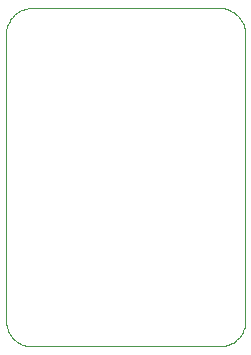
<source format=gko>
%FSTAX44Y44*%
%MOMM*%
%SFA1B1*%

%IPPOS*%
%ADD26C,0.010000*%
%LNpcb1-1*%
%LPD*%
G54D26*
X0084521Y00281738D02*
D01*
X0084521Y00281728*
X0084521Y00281717*
X00845209Y00281706*
Y00281695*
Y00281684*
X00845207Y00483006D02*
D01*
X0084521Y00482918*
Y00482917*
X00867142Y00525602D02*
D01*
X00865612Y00525549*
X00864089Y00525389*
X00862582Y00525123*
X00861096Y00524753*
X0085964Y00524279*
X0085822Y00523706*
X00856844Y00523035*
X00855518Y00522269*
X00854249Y00521413*
X00853042Y0052047*
X00851904Y00519446*
X00850841Y00518344*
X00849857Y00517171*
X00848957Y00515933*
X00848145Y00514634*
X00847426Y00513282*
X00846804Y00511884*
X0084628Y00510445*
X00845858Y00508973*
X0084554Y00507475*
X00845326Y00505959*
X0084522Y00504432*
X00845207Y00503666*
X00887845Y00525601D02*
D01*
X00887837Y00525602*
X00887828Y00525602*
X00887819*
X0088781Y00525602*
X00887801*
Y00525602*
X01005162D02*
D01*
X01005154*
X01005146Y00525602*
X01005138*
X0100513Y00525602*
X01005122Y00525602*
Y00525601*
X01047758Y00503666D02*
D01*
X01047705Y00505197*
X01047545Y00506719*
X01047279Y00508227*
X01046909Y00509713*
X01046436Y00511169*
X01045862Y00512589*
X01045191Y00513965*
X01044425Y00515291*
X01043569Y0051656*
X01042626Y00517767*
X01041602Y00518904*
X010405Y00519968*
X01039328Y00520952*
X01038089Y00521852*
X0103679Y00522663*
X01035438Y00523382*
X0103404Y00524005*
X01032601Y00524529*
X01031129Y00524951*
X01029631Y00525269*
X01028115Y00525482*
X01026588Y00525589*
X01025823Y00525602*
X01047757Y00482963D02*
D01*
X01047758Y00482972*
X01047758Y00482981*
X01047758Y0048299*
Y00482999*
X01047758Y00483007*
X01047759Y00281686D02*
D01*
Y00281699*
X01047759Y00281712*
X01047759Y00281726*
X01047758Y00281739*
X01047757Y00281752*
X01025824Y00239089D02*
D01*
X01027355Y00239143*
X01028877Y00239303*
X01030385Y00239569*
X01031871Y00239939*
X01033327Y00240412*
X01034746Y00240986*
X01036123Y00241657*
X01037449Y00242423*
X01038718Y00243279*
X01039925Y00244222*
X01041062Y00245246*
X01042126Y00246347*
X0104311Y0024752*
X0104401Y00248759*
X01044821Y00250057*
X0104554Y00251409*
X01046163Y00252808*
X01046687Y00254247*
X01047109Y00255719*
X01047427Y00257216*
X0104764Y00258733*
X01047747Y0026026*
X01047759Y00261024*
X01005164Y00239088D02*
D01*
X01005168*
X01005171*
X01005175*
X01005179*
X01005182*
Y00239089*
X00867125D02*
D01*
X00867129*
X00867133Y00239089*
X00867137*
X00867141*
X00867144Y00239089*
X00845209Y00261025D02*
D01*
X00845263Y00259495*
X00845423Y00257973*
X00845689Y00256465*
X00846059Y00254979*
X00846532Y00253523*
X00847106Y00252103*
X00847777Y00250727*
X00848543Y00249401*
X00849399Y00248132*
X00850341Y00246925*
X00851366Y00245787*
X00852467Y00244724*
X0085364Y0024374*
X00854879Y0024284*
X00856177Y00242028*
X00857529Y00241309*
X00858928Y00240687*
X00860367Y00240163*
X00861839Y00239741*
X00863336Y00239423*
X00864852Y0023921*
X0086638Y00239103*
X00867144Y00239089*
X00845209Y00261025D02*
Y00281684D01*
X0084521Y00281738D02*
Y00482917D01*
X00845207Y00483006D02*
Y00503666D01*
X00867142Y00525602D02*
X00887801D01*
X00887845Y00525601D02*
X01005122D01*
X01005162Y00525602D02*
X01025823D01*
X01047758Y00483007D02*
Y00503666D01*
X01047757Y00281752D02*
Y00482963D01*
X01047759Y00261024D02*
Y00281686D01*
X01005182Y00239089D02*
X01025824D01*
X00884397D02*
X01005164Y00239088D01*
X00867144Y00239089D02*
X00884397D01*
X00867125D02*
X00867144D01*
M02*
</source>
